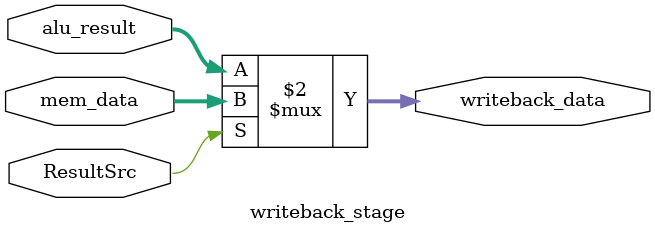
<source format=v>
`timescale 1ns / 1ps

module writeback_stage(
    input wire ResultSrc,             // 0 = ALU result, 1 = memory data
    input wire [7:0] alu_result,
    input wire [7:0] mem_data,
    output wire [7:0] writeback_data  // Final data to be written to register file
);

    assign writeback_data = (ResultSrc == 1'b0) ? alu_result : mem_data;

endmodule

</source>
